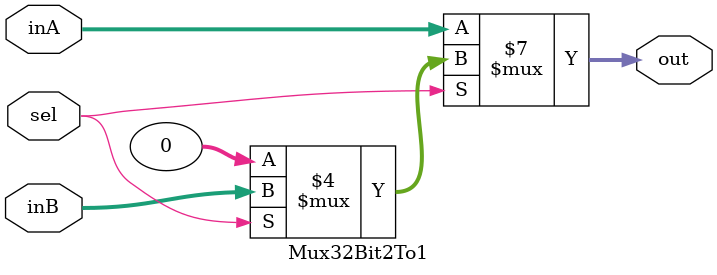
<source format=v>
`timescale 1ns / 1ps


module Mux32Bit2To1(out, inA, inB, sel);

    output reg [31:0] out;
    
    input [31:0] inA;
    input [31:0] inB;
    input sel;

    /* Fill in the implementation here ... */ 
    always @(sel or inA or inB) begin
        out = 0;
        
        if (sel == 0)
            out <= inA;
        else if (sel == 1)
            out <= inB;
    end // end always
    

endmodule
</source>
